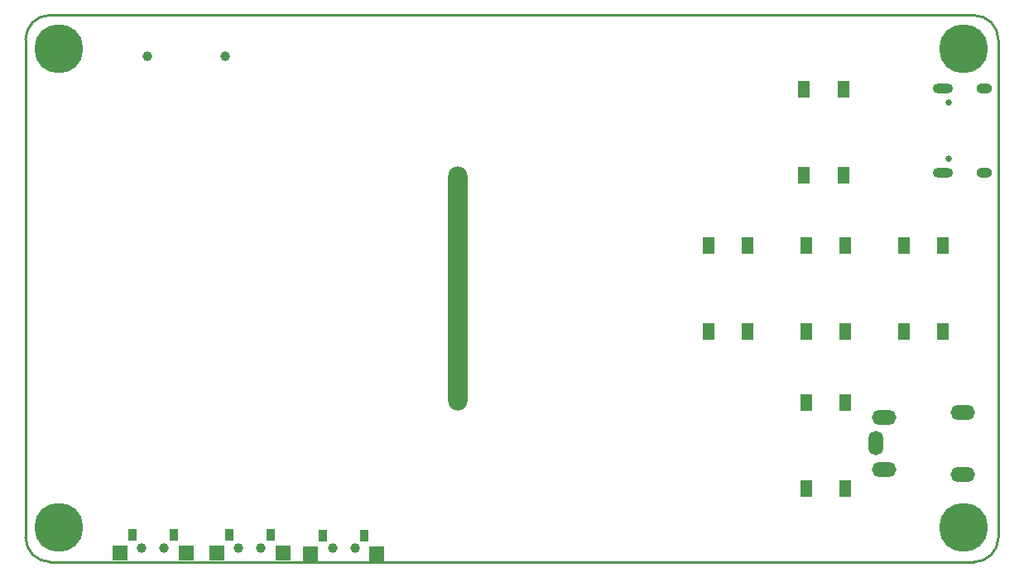
<source format=gbr>
%TF.GenerationSoftware,KiCad,Pcbnew,(6.0.4)*%
%TF.CreationDate,2023-03-22T18:48:28+03:00*%
%TF.ProjectId,mp3_test_board,6d70335f-7465-4737-945f-626f6172642e,rev?*%
%TF.SameCoordinates,Original*%
%TF.FileFunction,Soldermask,Top*%
%TF.FilePolarity,Negative*%
%FSLAX46Y46*%
G04 Gerber Fmt 4.6, Leading zero omitted, Abs format (unit mm)*
G04 Created by KiCad (PCBNEW (6.0.4)) date 2023-03-22 18:48:28*
%MOMM*%
%LPD*%
G01*
G04 APERTURE LIST*
%TA.AperFunction,Profile*%
%ADD10C,0.250000*%
%TD*%
%ADD11C,1.000000*%
%ADD12R,0.900000X1.200000*%
%ADD13R,1.500000X1.500000*%
%ADD14R,1.300000X1.800000*%
%ADD15C,5.000000*%
%ADD16C,0.800000*%
%ADD17O,2.000000X25.000000*%
%ADD18O,1.500000X2.500000*%
%ADD19O,2.500000X1.500000*%
%ADD20C,0.650000*%
%ADD21O,2.100000X1.000000*%
%ADD22O,1.600000X1.000000*%
%ADD23C,0.999997*%
G04 APERTURE END LIST*
D10*
X173460000Y-99250000D02*
G75*
G03*
X175960000Y-96750000I-100J2500100D01*
G01*
X175960000Y-45750000D02*
G75*
G03*
X173460000Y-43250000I-2500000J0D01*
G01*
X78967767Y-43232167D02*
G75*
G03*
X76467767Y-45732233I33J-2500033D01*
G01*
X76467767Y-45732233D02*
X76467767Y-96732233D01*
X78967767Y-99232233D02*
X173467767Y-99232233D01*
X175960000Y-96750000D02*
X175960000Y-45750000D01*
X173467767Y-43232233D02*
X78967767Y-43232233D01*
X76467767Y-96732233D02*
G75*
G03*
X78967767Y-99232233I2500033J33D01*
G01*
D11*
%TO.C,SW7*%
X107850000Y-97852500D03*
X110150000Y-97852500D03*
D12*
X111100000Y-96552500D03*
X106900000Y-96552500D03*
D13*
X112400000Y-98392500D03*
X105600000Y-98392500D03*
%TD*%
D14*
%TO.C,SW1*%
X146300000Y-75600000D03*
X146300000Y-66800000D03*
X150300000Y-75600000D03*
X150300000Y-66800000D03*
%TD*%
D11*
%TO.C,SW6*%
X100550000Y-97780000D03*
X98250000Y-97780000D03*
D12*
X101500000Y-96480000D03*
X97300000Y-96480000D03*
D13*
X102800000Y-98320000D03*
X96000000Y-98320000D03*
%TD*%
D15*
%TO.C,H4*%
X172400000Y-46700000D03*
D16*
X173725825Y-48025825D03*
X174275000Y-46700000D03*
X170525000Y-46700000D03*
X171074175Y-48025825D03*
X173725825Y-45374175D03*
X172400000Y-44825000D03*
X171074175Y-45374175D03*
X172400000Y-48575000D03*
%TD*%
%TO.C,H2*%
X79900000Y-48575000D03*
X81225825Y-45374175D03*
X78574175Y-45374175D03*
D15*
X79900000Y-46700000D03*
D16*
X79900000Y-44825000D03*
X81225825Y-48025825D03*
X81775000Y-46700000D03*
X78574175Y-48025825D03*
X78025000Y-46700000D03*
%TD*%
D17*
%TO.C,P1*%
X120710000Y-71222533D03*
%TD*%
D16*
%TO.C,H1*%
X81225825Y-97025825D03*
X81775000Y-95700000D03*
X78574175Y-97025825D03*
D15*
X79900000Y-95700000D03*
D16*
X79900000Y-93825000D03*
X79900000Y-97575000D03*
X81225825Y-94374175D03*
X78025000Y-95700000D03*
X78574175Y-94374175D03*
%TD*%
D14*
%TO.C,SW3*%
X156300000Y-91700000D03*
X156300000Y-82900000D03*
X160300000Y-91700000D03*
X160300000Y-82900000D03*
%TD*%
%TO.C,SW2*%
X166300000Y-75600000D03*
X166300000Y-66800000D03*
X170300000Y-75600000D03*
X170300000Y-66800000D03*
%TD*%
D11*
%TO.C,SW8*%
X88350000Y-97780000D03*
X90650000Y-97780000D03*
D12*
X91600000Y-96480000D03*
X87400000Y-96480000D03*
D13*
X92900000Y-98320000D03*
X86100000Y-98320000D03*
%TD*%
D16*
%TO.C,H3*%
X174275000Y-95700000D03*
X173725825Y-97025825D03*
X171074175Y-94374175D03*
X171074175Y-97025825D03*
D15*
X172400000Y-95700000D03*
D16*
X170525000Y-95700000D03*
X173725825Y-94374175D03*
X172400000Y-97575000D03*
X172400000Y-93825000D03*
%TD*%
D14*
%TO.C,SW4*%
X156100000Y-59600000D03*
X156100000Y-50800000D03*
X160100000Y-59600000D03*
X160100000Y-50800000D03*
%TD*%
%TO.C,SW5*%
X156300000Y-75600000D03*
X156300000Y-66800000D03*
X160300000Y-75600000D03*
X160300000Y-66800000D03*
%TD*%
D18*
%TO.C,J2*%
X163395000Y-87100000D03*
D19*
X164295000Y-84450000D03*
X172295000Y-90300000D03*
X172295000Y-83900000D03*
X164295000Y-89750000D03*
%TD*%
D20*
%TO.C,P2*%
X170855000Y-52180000D03*
X170855000Y-57960000D03*
D21*
X170325000Y-59390000D03*
X170325000Y-50750000D03*
D22*
X174505000Y-50750000D03*
X174505000Y-59390000D03*
%TD*%
D23*
%TO.C,J1*%
X88918900Y-47448338D03*
X96894500Y-47448338D03*
%TD*%
M02*

</source>
